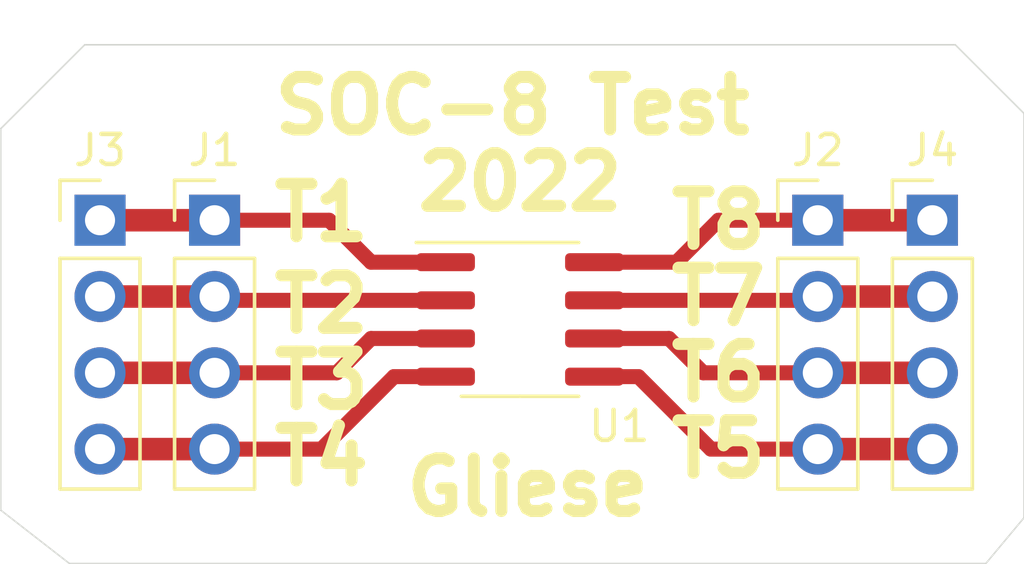
<source format=kicad_pcb>
(kicad_pcb (version 20171130) (host pcbnew 5.1.10-88a1d61d58~89~ubuntu20.04.1)

  (general
    (thickness 1.6)
    (drawings 20)
    (tracks 30)
    (zones 0)
    (modules 5)
    (nets 9)
  )

  (page A4)
  (layers
    (0 F.Cu signal)
    (31 B.Cu signal)
    (32 B.Adhes user)
    (33 F.Adhes user)
    (34 B.Paste user)
    (35 F.Paste user)
    (36 B.SilkS user)
    (37 F.SilkS user)
    (38 B.Mask user)
    (39 F.Mask user)
    (40 Dwgs.User user)
    (41 Cmts.User user)
    (42 Eco1.User user)
    (43 Eco2.User user)
    (44 Edge.Cuts user)
    (45 Margin user)
    (46 B.CrtYd user)
    (47 F.CrtYd user)
    (48 B.Fab user)
    (49 F.Fab user)
  )

  (setup
    (last_trace_width 0.5)
    (user_trace_width 0.5)
    (user_trace_width 0.75)
    (trace_clearance 0.2)
    (zone_clearance 0.508)
    (zone_45_only no)
    (trace_min 0.2)
    (via_size 0.8)
    (via_drill 0.4)
    (via_min_size 0.4)
    (via_min_drill 0.3)
    (uvia_size 0.3)
    (uvia_drill 0.1)
    (uvias_allowed no)
    (uvia_min_size 0.2)
    (uvia_min_drill 0.1)
    (edge_width 0.05)
    (segment_width 0.2)
    (pcb_text_width 0.3)
    (pcb_text_size 1.5 1.5)
    (mod_edge_width 0.12)
    (mod_text_size 1 1)
    (mod_text_width 0.15)
    (pad_size 1.524 1.524)
    (pad_drill 0.762)
    (pad_to_mask_clearance 0)
    (aux_axis_origin 0 0)
    (visible_elements FFFFFF7F)
    (pcbplotparams
      (layerselection 0x010a8_7fffffff)
      (usegerberextensions false)
      (usegerberattributes true)
      (usegerberadvancedattributes true)
      (creategerberjobfile true)
      (excludeedgelayer true)
      (linewidth 0.100000)
      (plotframeref false)
      (viasonmask false)
      (mode 1)
      (useauxorigin false)
      (hpglpennumber 1)
      (hpglpenspeed 20)
      (hpglpendiameter 15.000000)
      (psnegative false)
      (psa4output false)
      (plotreference true)
      (plotvalue true)
      (plotinvisibletext false)
      (padsonsilk false)
      (subtractmaskfromsilk false)
      (outputformat 1)
      (mirror false)
      (drillshape 0)
      (scaleselection 1)
      (outputdirectory "gerber/"))
  )

  (net 0 "")
  (net 1 4)
  (net 2 3)
  (net 3 2)
  (net 4 1)
  (net 5 5)
  (net 6 6)
  (net 7 7)
  (net 8 8)

  (net_class Default "This is the default net class."
    (clearance 0.2)
    (trace_width 0.25)
    (via_dia 0.8)
    (via_drill 0.4)
    (uvia_dia 0.3)
    (uvia_drill 0.1)
    (add_net 1)
    (add_net 2)
    (add_net 3)
    (add_net 4)
    (add_net 5)
    (add_net 6)
    (add_net 7)
    (add_net 8)
  )

  (module Connector_PinHeader_2.54mm:PinHeader_1x04_P2.54mm_Vertical (layer F.Cu) (tedit 59FED5CC) (tstamp 61D3474E)
    (at 43.434 19.05)
    (descr "Through hole straight pin header, 1x04, 2.54mm pitch, single row")
    (tags "Through hole pin header THT 1x04 2.54mm single row")
    (path /61D44E60)
    (fp_text reference J4 (at 0 -2.33) (layer F.SilkS)
      (effects (font (size 1 1) (thickness 0.15)))
    )
    (fp_text value Conn_01x04_Male (at 0 9.95) (layer F.Fab) hide
      (effects (font (size 1 1) (thickness 0.15)))
    )
    (fp_text user %R (at 0 3.81 90) (layer F.Fab)
      (effects (font (size 1 1) (thickness 0.15)))
    )
    (fp_line (start -0.635 -1.27) (end 1.27 -1.27) (layer F.Fab) (width 0.1))
    (fp_line (start 1.27 -1.27) (end 1.27 8.89) (layer F.Fab) (width 0.1))
    (fp_line (start 1.27 8.89) (end -1.27 8.89) (layer F.Fab) (width 0.1))
    (fp_line (start -1.27 8.89) (end -1.27 -0.635) (layer F.Fab) (width 0.1))
    (fp_line (start -1.27 -0.635) (end -0.635 -1.27) (layer F.Fab) (width 0.1))
    (fp_line (start -1.33 8.95) (end 1.33 8.95) (layer F.SilkS) (width 0.12))
    (fp_line (start -1.33 1.27) (end -1.33 8.95) (layer F.SilkS) (width 0.12))
    (fp_line (start 1.33 1.27) (end 1.33 8.95) (layer F.SilkS) (width 0.12))
    (fp_line (start -1.33 1.27) (end 1.33 1.27) (layer F.SilkS) (width 0.12))
    (fp_line (start -1.33 0) (end -1.33 -1.33) (layer F.SilkS) (width 0.12))
    (fp_line (start -1.33 -1.33) (end 0 -1.33) (layer F.SilkS) (width 0.12))
    (fp_line (start -1.8 -1.8) (end -1.8 9.4) (layer F.CrtYd) (width 0.05))
    (fp_line (start -1.8 9.4) (end 1.8 9.4) (layer F.CrtYd) (width 0.05))
    (fp_line (start 1.8 9.4) (end 1.8 -1.8) (layer F.CrtYd) (width 0.05))
    (fp_line (start 1.8 -1.8) (end -1.8 -1.8) (layer F.CrtYd) (width 0.05))
    (pad 4 thru_hole oval (at 0 7.62) (size 1.7 1.7) (drill 1) (layers *.Cu *.Mask)
      (net 5 5))
    (pad 3 thru_hole oval (at 0 5.08) (size 1.7 1.7) (drill 1) (layers *.Cu *.Mask)
      (net 6 6))
    (pad 2 thru_hole oval (at 0 2.54) (size 1.7 1.7) (drill 1) (layers *.Cu *.Mask)
      (net 7 7))
    (pad 1 thru_hole rect (at 0 0) (size 1.7 1.7) (drill 1) (layers *.Cu *.Mask)
      (net 8 8))
    (model ${KISYS3DMOD}/Connector_PinHeader_2.54mm.3dshapes/PinHeader_1x04_P2.54mm_Vertical.wrl
      (at (xyz 0 0 0))
      (scale (xyz 1 1 1))
      (rotate (xyz 0 0 0))
    )
  )

  (module Connector_PinHeader_2.54mm:PinHeader_1x04_P2.54mm_Vertical (layer F.Cu) (tedit 59FED5CC) (tstamp 61D34736)
    (at 15.748 19.05)
    (descr "Through hole straight pin header, 1x04, 2.54mm pitch, single row")
    (tags "Through hole pin header THT 1x04 2.54mm single row")
    (path /61D4360E)
    (fp_text reference J3 (at 0 -2.33) (layer F.SilkS)
      (effects (font (size 1 1) (thickness 0.15)))
    )
    (fp_text value Conn_01x04_Male (at 2.54 11.938 180) (layer F.Fab) hide
      (effects (font (size 1 1) (thickness 0.15)))
    )
    (fp_text user %R (at 0 3.81 90) (layer F.Fab)
      (effects (font (size 1 1) (thickness 0.15)))
    )
    (fp_line (start -0.635 -1.27) (end 1.27 -1.27) (layer F.Fab) (width 0.1))
    (fp_line (start 1.27 -1.27) (end 1.27 8.89) (layer F.Fab) (width 0.1))
    (fp_line (start 1.27 8.89) (end -1.27 8.89) (layer F.Fab) (width 0.1))
    (fp_line (start -1.27 8.89) (end -1.27 -0.635) (layer F.Fab) (width 0.1))
    (fp_line (start -1.27 -0.635) (end -0.635 -1.27) (layer F.Fab) (width 0.1))
    (fp_line (start -1.33 8.95) (end 1.33 8.95) (layer F.SilkS) (width 0.12))
    (fp_line (start -1.33 1.27) (end -1.33 8.95) (layer F.SilkS) (width 0.12))
    (fp_line (start 1.33 1.27) (end 1.33 8.95) (layer F.SilkS) (width 0.12))
    (fp_line (start -1.33 1.27) (end 1.33 1.27) (layer F.SilkS) (width 0.12))
    (fp_line (start -1.33 0) (end -1.33 -1.33) (layer F.SilkS) (width 0.12))
    (fp_line (start -1.33 -1.33) (end 0 -1.33) (layer F.SilkS) (width 0.12))
    (fp_line (start -1.8 -1.8) (end -1.8 9.4) (layer F.CrtYd) (width 0.05))
    (fp_line (start -1.8 9.4) (end 1.8 9.4) (layer F.CrtYd) (width 0.05))
    (fp_line (start 1.8 9.4) (end 1.8 -1.8) (layer F.CrtYd) (width 0.05))
    (fp_line (start 1.8 -1.8) (end -1.8 -1.8) (layer F.CrtYd) (width 0.05))
    (pad 4 thru_hole oval (at 0 7.62) (size 1.7 1.7) (drill 1) (layers *.Cu *.Mask)
      (net 1 4))
    (pad 3 thru_hole oval (at 0 5.08) (size 1.7 1.7) (drill 1) (layers *.Cu *.Mask)
      (net 2 3))
    (pad 2 thru_hole oval (at 0 2.54) (size 1.7 1.7) (drill 1) (layers *.Cu *.Mask)
      (net 3 2))
    (pad 1 thru_hole rect (at 0 0) (size 1.7 1.7) (drill 1) (layers *.Cu *.Mask)
      (net 4 1))
    (model ${KISYS3DMOD}/Connector_PinHeader_2.54mm.3dshapes/PinHeader_1x04_P2.54mm_Vertical.wrl
      (at (xyz 0 0 0))
      (scale (xyz 1 1 1))
      (rotate (xyz 0 0 0))
    )
  )

  (module Package_SO:SOIC-8_3.9x4.9mm_P1.27mm (layer F.Cu) (tedit 5D9F72B1) (tstamp 61D342AD)
    (at 29.718 22.352)
    (descr "SOIC, 8 Pin (JEDEC MS-012AA, https://www.analog.com/media/en/package-pcb-resources/package/pkg_pdf/soic_narrow-r/r_8.pdf), generated with kicad-footprint-generator ipc_gullwing_generator.py")
    (tags "SOIC SO")
    (path /61D34067)
    (attr smd)
    (fp_text reference U1 (at 3.302 3.556) (layer F.SilkS)
      (effects (font (size 1 1) (thickness 0.15)))
    )
    (fp_text value ICM7555xB (at 0 3.4) (layer F.Fab)
      (effects (font (size 1 1) (thickness 0.15)))
    )
    (fp_text user %R (at 0 0) (layer F.Fab)
      (effects (font (size 0.98 0.98) (thickness 0.15)))
    )
    (fp_line (start 0 2.56) (end 1.95 2.56) (layer F.SilkS) (width 0.12))
    (fp_line (start 0 2.56) (end -1.95 2.56) (layer F.SilkS) (width 0.12))
    (fp_line (start 0 -2.56) (end 1.95 -2.56) (layer F.SilkS) (width 0.12))
    (fp_line (start 0 -2.56) (end -3.45 -2.56) (layer F.SilkS) (width 0.12))
    (fp_line (start -0.975 -2.45) (end 1.95 -2.45) (layer F.Fab) (width 0.1))
    (fp_line (start 1.95 -2.45) (end 1.95 2.45) (layer F.Fab) (width 0.1))
    (fp_line (start 1.95 2.45) (end -1.95 2.45) (layer F.Fab) (width 0.1))
    (fp_line (start -1.95 2.45) (end -1.95 -1.475) (layer F.Fab) (width 0.1))
    (fp_line (start -1.95 -1.475) (end -0.975 -2.45) (layer F.Fab) (width 0.1))
    (fp_line (start -3.7 -2.7) (end -3.7 2.7) (layer F.CrtYd) (width 0.05))
    (fp_line (start -3.7 2.7) (end 3.7 2.7) (layer F.CrtYd) (width 0.05))
    (fp_line (start 3.7 2.7) (end 3.7 -2.7) (layer F.CrtYd) (width 0.05))
    (fp_line (start 3.7 -2.7) (end -3.7 -2.7) (layer F.CrtYd) (width 0.05))
    (pad 8 smd roundrect (at 2.475 -1.905) (size 1.95 0.6) (layers F.Cu F.Paste F.Mask) (roundrect_rratio 0.25)
      (net 8 8))
    (pad 7 smd roundrect (at 2.475 -0.635) (size 1.95 0.6) (layers F.Cu F.Paste F.Mask) (roundrect_rratio 0.25)
      (net 7 7))
    (pad 6 smd roundrect (at 2.475 0.635) (size 1.95 0.6) (layers F.Cu F.Paste F.Mask) (roundrect_rratio 0.25)
      (net 6 6))
    (pad 5 smd roundrect (at 2.475 1.905) (size 1.95 0.6) (layers F.Cu F.Paste F.Mask) (roundrect_rratio 0.25)
      (net 5 5))
    (pad 4 smd roundrect (at -2.475 1.905) (size 1.95 0.6) (layers F.Cu F.Paste F.Mask) (roundrect_rratio 0.25)
      (net 1 4))
    (pad 3 smd roundrect (at -2.475 0.635) (size 1.95 0.6) (layers F.Cu F.Paste F.Mask) (roundrect_rratio 0.25)
      (net 2 3))
    (pad 2 smd roundrect (at -2.475 -0.635) (size 1.95 0.6) (layers F.Cu F.Paste F.Mask) (roundrect_rratio 0.25)
      (net 3 2))
    (pad 1 smd roundrect (at -2.475 -1.905) (size 1.95 0.6) (layers F.Cu F.Paste F.Mask) (roundrect_rratio 0.25)
      (net 4 1))
    (model ${KISYS3DMOD}/Package_SO.3dshapes/SOIC-8_3.9x4.9mm_P1.27mm.wrl
      (at (xyz 0 0 0))
      (scale (xyz 1 1 1))
      (rotate (xyz 0 0 0))
    )
  )

  (module Connector_PinHeader_2.54mm:PinHeader_1x04_P2.54mm_Vertical locked (layer F.Cu) (tedit 59FED5CC) (tstamp 61D341EB)
    (at 39.624 19.05)
    (descr "Through hole straight pin header, 1x04, 2.54mm pitch, single row")
    (tags "Through hole pin header THT 1x04 2.54mm single row")
    (path /61D353DC)
    (fp_text reference J2 (at 0 -2.33) (layer F.SilkS)
      (effects (font (size 1 1) (thickness 0.15)))
    )
    (fp_text value Conn_01x04_Male (at 0 9.95) (layer F.Fab) hide
      (effects (font (size 1 1) (thickness 0.15)))
    )
    (fp_text user %R (at 0 3.81 90) (layer F.Fab)
      (effects (font (size 1 1) (thickness 0.15)))
    )
    (fp_line (start -0.635 -1.27) (end 1.27 -1.27) (layer F.Fab) (width 0.1))
    (fp_line (start 1.27 -1.27) (end 1.27 8.89) (layer F.Fab) (width 0.1))
    (fp_line (start 1.27 8.89) (end -1.27 8.89) (layer F.Fab) (width 0.1))
    (fp_line (start -1.27 8.89) (end -1.27 -0.635) (layer F.Fab) (width 0.1))
    (fp_line (start -1.27 -0.635) (end -0.635 -1.27) (layer F.Fab) (width 0.1))
    (fp_line (start -1.33 8.95) (end 1.33 8.95) (layer F.SilkS) (width 0.12))
    (fp_line (start -1.33 1.27) (end -1.33 8.95) (layer F.SilkS) (width 0.12))
    (fp_line (start 1.33 1.27) (end 1.33 8.95) (layer F.SilkS) (width 0.12))
    (fp_line (start -1.33 1.27) (end 1.33 1.27) (layer F.SilkS) (width 0.12))
    (fp_line (start -1.33 0) (end -1.33 -1.33) (layer F.SilkS) (width 0.12))
    (fp_line (start -1.33 -1.33) (end 0 -1.33) (layer F.SilkS) (width 0.12))
    (fp_line (start -1.8 -1.8) (end -1.8 9.4) (layer F.CrtYd) (width 0.05))
    (fp_line (start -1.8 9.4) (end 1.8 9.4) (layer F.CrtYd) (width 0.05))
    (fp_line (start 1.8 9.4) (end 1.8 -1.8) (layer F.CrtYd) (width 0.05))
    (fp_line (start 1.8 -1.8) (end -1.8 -1.8) (layer F.CrtYd) (width 0.05))
    (pad 4 thru_hole oval (at 0 7.62) (size 1.7 1.7) (drill 1) (layers *.Cu *.Mask)
      (net 5 5))
    (pad 3 thru_hole oval (at 0 5.08) (size 1.7 1.7) (drill 1) (layers *.Cu *.Mask)
      (net 6 6))
    (pad 2 thru_hole oval (at 0 2.54) (size 1.7 1.7) (drill 1) (layers *.Cu *.Mask)
      (net 7 7))
    (pad 1 thru_hole rect (at 0 0) (size 1.7 1.7) (drill 1) (layers *.Cu *.Mask)
      (net 8 8))
    (model ${KISYS3DMOD}/Connector_PinHeader_2.54mm.3dshapes/PinHeader_1x04_P2.54mm_Vertical.wrl
      (at (xyz 0 0 0))
      (scale (xyz 1 1 1))
      (rotate (xyz 0 0 0))
    )
  )

  (module Connector_PinHeader_2.54mm:PinHeader_1x04_P2.54mm_Vertical locked (layer F.Cu) (tedit 59FED5CC) (tstamp 61D341D3)
    (at 19.558 19.05)
    (descr "Through hole straight pin header, 1x04, 2.54mm pitch, single row")
    (tags "Through hole pin header THT 1x04 2.54mm single row")
    (path /61D36F61)
    (fp_text reference J1 (at 0 -2.33) (layer F.SilkS)
      (effects (font (size 1 1) (thickness 0.15)))
    )
    (fp_text value Conn_01x04_Male (at 0 9.95) (layer F.Fab) hide
      (effects (font (size 1 1) (thickness 0.15)))
    )
    (fp_text user %R (at 0 3.81 90) (layer F.Fab)
      (effects (font (size 1 1) (thickness 0.15)))
    )
    (fp_line (start -0.635 -1.27) (end 1.27 -1.27) (layer F.Fab) (width 0.1))
    (fp_line (start 1.27 -1.27) (end 1.27 8.89) (layer F.Fab) (width 0.1))
    (fp_line (start 1.27 8.89) (end -1.27 8.89) (layer F.Fab) (width 0.1))
    (fp_line (start -1.27 8.89) (end -1.27 -0.635) (layer F.Fab) (width 0.1))
    (fp_line (start -1.27 -0.635) (end -0.635 -1.27) (layer F.Fab) (width 0.1))
    (fp_line (start -1.33 8.95) (end 1.33 8.95) (layer F.SilkS) (width 0.12))
    (fp_line (start -1.33 1.27) (end -1.33 8.95) (layer F.SilkS) (width 0.12))
    (fp_line (start 1.33 1.27) (end 1.33 8.95) (layer F.SilkS) (width 0.12))
    (fp_line (start -1.33 1.27) (end 1.33 1.27) (layer F.SilkS) (width 0.12))
    (fp_line (start -1.33 0) (end -1.33 -1.33) (layer F.SilkS) (width 0.12))
    (fp_line (start -1.33 -1.33) (end 0 -1.33) (layer F.SilkS) (width 0.12))
    (fp_line (start -1.8 -1.8) (end -1.8 9.4) (layer F.CrtYd) (width 0.05))
    (fp_line (start -1.8 9.4) (end 1.8 9.4) (layer F.CrtYd) (width 0.05))
    (fp_line (start 1.8 9.4) (end 1.8 -1.8) (layer F.CrtYd) (width 0.05))
    (fp_line (start 1.8 -1.8) (end -1.8 -1.8) (layer F.CrtYd) (width 0.05))
    (pad 4 thru_hole oval (at 0 7.62) (size 1.7 1.7) (drill 1) (layers *.Cu *.Mask)
      (net 1 4))
    (pad 3 thru_hole oval (at 0 5.08) (size 1.7 1.7) (drill 1) (layers *.Cu *.Mask)
      (net 2 3))
    (pad 2 thru_hole oval (at 0 2.54) (size 1.7 1.7) (drill 1) (layers *.Cu *.Mask)
      (net 3 2))
    (pad 1 thru_hole rect (at 0 0) (size 1.7 1.7) (drill 1) (layers *.Cu *.Mask)
      (net 4 1))
    (model ${KISYS3DMOD}/Connector_PinHeader_2.54mm.3dshapes/PinHeader_1x04_P2.54mm_Vertical.wrl
      (at (xyz 0 0 0))
      (scale (xyz 1 1 1))
      (rotate (xyz 0 0 0))
    )
  )

  (gr_line (start 46.482 15.494) (end 44.196 13.208) (layer Edge.Cuts) (width 0.05))
  (gr_line (start 12.446 16.002) (end 15.24 13.208) (layer Edge.Cuts) (width 0.05))
  (gr_line (start 45.212 30.48) (end 46.482 28.956) (layer Edge.Cuts) (width 0.05))
  (gr_line (start 12.446 28.702) (end 14.732 30.48) (layer Edge.Cuts) (width 0.05))
  (gr_line (start 12.446 16.002) (end 12.446 28.702) (layer Edge.Cuts) (width 0.05))
  (gr_line (start 44.196 13.208) (end 15.24 13.208) (layer Edge.Cuts) (width 0.05))
  (gr_line (start 46.482 28.956) (end 46.482 15.494) (layer Edge.Cuts) (width 0.05))
  (gr_line (start 14.732 30.48) (end 45.212 30.48) (layer Edge.Cuts) (width 0.05))
  (gr_text 2022 (at 29.718 17.78) (layer F.SilkS) (tstamp 61D34992)
    (effects (font (size 1.75 1.75) (thickness 0.4)))
  )
  (gr_text Gliese (at 29.972 27.94) (layer F.SilkS) (tstamp 61D34992)
    (effects (font (size 1.75 1.75) (thickness 0.4)))
  )
  (gr_text "SOC-8 Test" (at 29.464 15.24) (layer F.SilkS) (tstamp 61D34992)
    (effects (font (size 1.75 1.75) (thickness 0.4)))
  )
  (gr_text T8 (at 36.322 19.05) (layer F.SilkS) (tstamp 61D34992)
    (effects (font (size 1.75 1.75) (thickness 0.4)))
  )
  (gr_text T7 (at 36.322 21.59) (layer F.SilkS) (tstamp 61D34992)
    (effects (font (size 1.75 1.75) (thickness 0.4)))
  )
  (gr_text T6 (at 36.322 24.13) (layer F.SilkS) (tstamp 61D34992)
    (effects (font (size 1.75 1.75) (thickness 0.4)))
  )
  (gr_text T5 (at 36.322 26.67) (layer F.SilkS) (tstamp 61D34992)
    (effects (font (size 1.75 1.75) (thickness 0.4)))
  )
  (gr_text T4 (at 23.114 26.924) (layer F.SilkS) (tstamp 61D34992)
    (effects (font (size 1.75 1.75) (thickness 0.4)))
  )
  (gr_text T3 (at 23.114 24.384) (layer F.SilkS) (tstamp 61D34992)
    (effects (font (size 1.75 1.75) (thickness 0.4)))
  )
  (gr_text T2 (at 23.114 21.844) (layer F.SilkS) (tstamp 61D34992)
    (effects (font (size 1.75 1.75) (thickness 0.4)))
  )
  (gr_text T1 (at 23.114 18.796) (layer F.SilkS)
    (effects (font (size 1.75 1.75) (thickness 0.4)))
  )
  (dimension 20.066 (width 0.15) (layer Dwgs.User)
    (gr_text "20.066 mm" (at 29.591 12.416) (layer Dwgs.User) (tstamp 61D348DA)
      (effects (font (size 1 1) (thickness 0.15)))
    )
    (feature1 (pts (xy 39.624 19.05) (xy 39.624 13.129579)))
    (feature2 (pts (xy 19.558 19.05) (xy 19.558 13.129579)))
    (crossbar (pts (xy 19.558 13.716) (xy 39.624 13.716)))
    (arrow1a (pts (xy 39.624 13.716) (xy 38.497496 14.302421)))
    (arrow1b (pts (xy 39.624 13.716) (xy 38.497496 13.129579)))
    (arrow2a (pts (xy 19.558 13.716) (xy 20.684504 14.302421)))
    (arrow2b (pts (xy 19.558 13.716) (xy 20.684504 13.129579)))
  )

  (segment (start 15.748 26.67) (end 19.558 26.67) (width 0.75) (layer F.Cu) (net 1))
  (segment (start 27.243 24.257) (end 25.527 24.257) (width 0.5) (layer F.Cu) (net 1))
  (segment (start 23.114 26.67) (end 19.558 26.67) (width 0.5) (layer F.Cu) (net 1))
  (segment (start 25.527 24.257) (end 23.114 26.67) (width 0.5) (layer F.Cu) (net 1))
  (segment (start 15.748 24.13) (end 19.558 24.13) (width 0.75) (layer F.Cu) (net 2))
  (segment (start 27.243 22.987) (end 24.765 22.987) (width 0.5) (layer F.Cu) (net 2))
  (segment (start 23.622 24.13) (end 19.558 24.13) (width 0.5) (layer F.Cu) (net 2))
  (segment (start 24.765 22.987) (end 23.622 24.13) (width 0.5) (layer F.Cu) (net 2))
  (segment (start 15.748 21.59) (end 19.558 21.59) (width 0.75) (layer F.Cu) (net 3))
  (segment (start 19.685 21.717) (end 19.558 21.59) (width 0.5) (layer F.Cu) (net 3))
  (segment (start 27.243 21.717) (end 19.685 21.717) (width 0.5) (layer F.Cu) (net 3))
  (segment (start 15.748 19.05) (end 19.558 19.05) (width 0.75) (layer F.Cu) (net 4))
  (segment (start 27.243 20.447) (end 24.765 20.447) (width 0.5) (layer F.Cu) (net 4))
  (segment (start 23.368 19.05) (end 19.558 19.05) (width 0.5) (layer F.Cu) (net 4))
  (segment (start 24.765 20.447) (end 23.368 19.05) (width 0.5) (layer F.Cu) (net 4))
  (segment (start 43.434 26.67) (end 39.624 26.67) (width 0.75) (layer F.Cu) (net 5))
  (segment (start 32.193 24.257) (end 33.655 24.257) (width 0.5) (layer F.Cu) (net 5))
  (segment (start 36.068 26.67) (end 39.624 26.67) (width 0.5) (layer F.Cu) (net 5))
  (segment (start 33.655 24.257) (end 36.068 26.67) (width 0.5) (layer F.Cu) (net 5))
  (segment (start 43.434 24.13) (end 39.624 24.13) (width 0.75) (layer F.Cu) (net 6))
  (segment (start 32.193 22.987) (end 34.671 22.987) (width 0.5) (layer F.Cu) (net 6))
  (segment (start 35.814 24.13) (end 39.624 24.13) (width 0.5) (layer F.Cu) (net 6))
  (segment (start 34.671 22.987) (end 35.814 24.13) (width 0.5) (layer F.Cu) (net 6))
  (segment (start 43.434 21.59) (end 39.624 21.59) (width 0.75) (layer F.Cu) (net 7))
  (segment (start 39.497 21.717) (end 39.624 21.59) (width 0.5) (layer F.Cu) (net 7))
  (segment (start 32.193 21.717) (end 39.497 21.717) (width 0.5) (layer F.Cu) (net 7))
  (segment (start 43.434 19.05) (end 39.624 19.05) (width 0.75) (layer F.Cu) (net 8))
  (segment (start 32.193 20.447) (end 34.925 20.447) (width 0.5) (layer F.Cu) (net 8))
  (segment (start 36.322 19.05) (end 39.624 19.05) (width 0.5) (layer F.Cu) (net 8))
  (segment (start 34.925 20.447) (end 36.322 19.05) (width 0.5) (layer F.Cu) (net 8))

)

</source>
